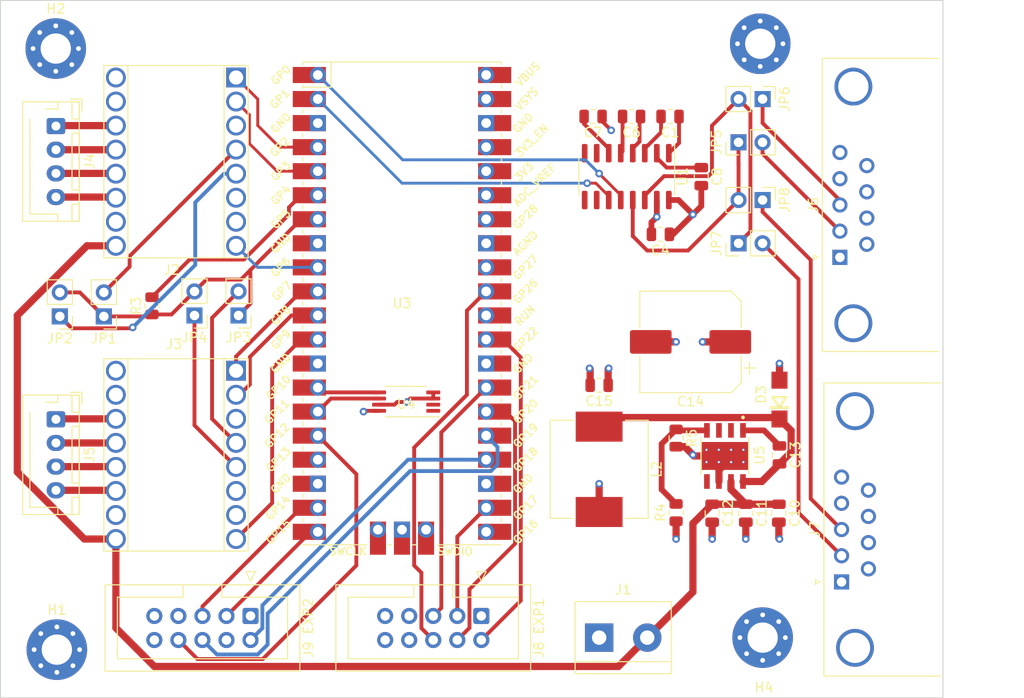
<source format=kicad_pcb>
(kicad_pcb (version 20221018) (generator pcbnew)
  (layers (0 "F.Cu" signal) (1 "In1.Cu" power "GND") (2 "In2.Cu" power "5V") (31 "B.Cu" signal) (34 "B.Paste" user) (35 "F.Paste" user) (36 "B.SilkS" user "B.Silkscreen") (37 "F.SilkS" user "F.Silkscreen") (38 "B.Mask" user) (39 "F.Mask" user) (44 "Edge.Cuts" user))
  (net 0 "")
  (net 1 "Net-(U1-C1+)")
  (net 2 "Net-(U1-C1-)")
  (net 3 "GND")
  (net 4 "+5V")
  (net 5 "Net-(U1-C2+)")
  (net 6 "Net-(U1-C2-)")
  (net 7 "Net-(U1-VS-)")
  (net 8 "Net-(U1-VS+)")
  (net 9 "VCC")
  (net 10 "M1_DIR")
  (net 11 "M1_STEP")
  (net 12 "Net-(J2-UART)")
  (net 13 "Net-(J2-PDN)")
  (net 14 "M1_EN")
  (net 15 "Net-(J2-A2)")
  (net 16 "Net-(J2-A1)")
  (net 17 "Net-(J2-B1)")
  (net 18 "Net-(J2-B2)")
  (net 19 "M2_DIR")
  (net 20 "M2_STEP")
  (net 21 "Net-(J3-UART)")
  (net 22 "Net-(J3-PDN)")
  (net 23 "M2_EN")
  (net 24 "Net-(J3-A2)")
  (net 25 "Net-(J3-A1)")
  (net 26 "Net-(J3-B1)")
  (net 27 "Net-(J3-B2)")
  (net 29 "Net-(JP5-B)")
  (net 30 "Net-(JP6-A)")
  (net 38 "Net-(JP7-B)")
  (net 39 "Net-(JP8-A)")
  (net 47 "LCD_CS")
  (net 48 "LCD_RST")
  (net 50 "BTN_ENC")
  (net 51 "LCD_A0")
  (net 52 "NEOPIXEL")
  (net 55 "BTN_EN1")
  (net 56 "BTN_EN2")
  (net 58 "LED_SCK")
  (net 60 "LCD_MOSI")
  (net 61 "BTN_RST")
  (net 62 "MOTOR_UART")
  (net 63 "SCALE_RXD")
  (net 64 "SCALE_TXD")
  (net 65 "UART1_TX")
  (net 70 "SCALE_UART_TX")
  (net 71 "SCALE_UART_RX")
  (net 72 "EEPROM_SDA")
  (net 73 "EEPROM_SCL")
  (net 74 "SPI0_MISO")
  (net 79 "+3.3V")
  (net 88 "Net-(U5-BOOT)")
  (net 89 "Net-(U5-VSENSE)")
  (net 93 "Net-(U5-PH)")
  (footprint "MountingHole:MountingHole_3.2mm_M3_Pad_Via" (layer "F.Cu") (at 136.398 54.356)
    (fp_text reference "H2")
    (fp_text value "MountingHole")
  )
  (footprint "Package_SO:TSSOP-8_4.4x3mm_P0.65mm" (layer "F.Cu") (at 173.4135 91.653 180)
    (fp_text reference "U4")
    (fp_text value "AT24CS08-XHM")
  )
  (footprint "Connector_PinHeader_2.54mm:PinHeader_1x02_P2.54mm_Vertical" (layer "F.Cu") (at 155.702 82.555 180)
    (fp_text reference "JP3")
    (fp_text value "M2_UART_OP1")
  )
  (footprint "Capacitor_SMD:C_0805_2012Metric" (layer "F.Cu") (at 205.74 103.444 -90)
    (fp_text reference "C12")
    (fp_text value "0.01uF")
  )
  (footprint "Resistor_SMD:R_0805_2012Metric" (layer "F.Cu") (at 146.558 81.534 90)
    (fp_text reference "R3")
    (fp_text value "1K")
  )
  (footprint "Capacitor_SMD:C_0805_2012Metric" (layer "F.Cu") (at 209.296 103.444 -90)
    (fp_text reference "C11")
    (fp_text value "4.7uF")
  )
  (footprint "TerminalBlock:TerminalBlock_bornier-2_P5.08mm" (layer "F.Cu") (at 193.802 116.586)
    (fp_text reference "J1")
    (fp_text value "DC12V/24V")
  )
  (footprint "Resistor_SMD:R_0805_2012Metric" (layer "F.Cu") (at 201.93 103.378 90)
    (fp_text reference "R4")
    (fp_text value "10K")
  )
  (footprint "Connector_Dsub:DSUB-9_Male_Horizontal_P2.77x2.84mm_EdgePinOffset7.70mm_Housed_MountingHolesOffset9.12mm" (layer "F.Cu") (at 219.41 110.706 90)
    (fp_text reference "J7")
    (fp_text value "A&D FX DB9")
  )
  (footprint "Connector_PinHeader_2.54mm:PinHeader_1x02_P2.54mm_Vertical" (layer "F.Cu") (at 211.069 70.358 -90)
    (fp_text reference "JP8")
    (fp_text value "RX_OP1")
  )
  (footprint "Inductor_SMD:L_Vishay_IHLP-4040" (layer "F.Cu") (at 193.802 98.806 -90)
    (fp_text reference "L2")
    (fp_text value "15uH")
  )
  (footprint "fab:Conn_StepStick" (layer "F.Cu") (at 155.448 88.392 180)
    (fp_text reference "J3")
    (fp_text value "TMC2209 Motor 2")
  )
  (footprint "RPi_Pico:RPi_Pico_SMD_TH" (layer "F.Cu") (at 172.974 81.28)
    (fp_text reference "U3")
    (fp_text value "Pico")
  )
  (footprint "Capacitor_SMD:C_0805_2012Metric" (layer "F.Cu") (at 212.852 97.282 -90)
    (fp_text reference "C13")
    (fp_text value "0.01uF")
  )
  (footprint "Connector_PinHeader_2.54mm:PinHeader_1x02_P2.54mm_Vertical" (layer "F.Cu") (at 208.524 64.262 90)
    (fp_text reference "JP5")
    (fp_text value "TX_OP2")
  )
  (footprint "Capacitor_SMD:C_0805_2012Metric" (layer "F.Cu") (at 193.162 61.533 180)
    (fp_text reference "C7")
    (fp_text value "10uF")
  )
  (footprint "MountingHole:MountingHole_3.2mm_M3_Pad_Via" (layer "F.Cu") (at 211.074 116.586)
    (fp_text reference "H4")
    (fp_text value "MountingHole")
  )
  (footprint "SnapEDAFootPrint:DO-214AC" (layer "F.Cu") (at 212.852 91.44 90)
    (fp_text reference "D3")
    (fp_text value "SS54")
  )
  (footprint "SnapEDAFootPrint:CONV_TPS5450DDAR" (layer "F.Cu") (at 207.092 97.394 -90)
    (fp_text reference "U5")
    (fp_text value "TPS5450DDAR")
  )
  (footprint "Capacitor_SMD:C_0805_2012Metric" (layer "F.Cu") (at 212.786 103.444 -90)
    (fp_text reference "C10")
    (fp_text value "4.7uF")
  )
  (footprint "Capacitor_SMD:C_0805_2012Metric" (layer "F.Cu") (at 204.592 67.883 -90)
    (fp_text reference "C8")
    (fp_text value "10uF")
  )
  (footprint "Capacitor_SMD:C_0805_2012Metric" (layer "F.Cu") (at 193.802 89.916 180)
    (fp_text reference "C15")
    (fp_text value "0.01uF")
  )
  (footprint "Connector_PinHeader_2.54mm:PinHeader_1x02_P2.54mm_Vertical" (layer "F.Cu") (at 151.052 82.555 180)
    (fp_text reference "JP4")
    (fp_text value "M2_UART_OP2")
  )
  (footprint "Connector_IDC:IDC-Header_2x05_P2.54mm_Vertical" (layer "F.Cu") (at 181.356 114.3 -90)
    (fp_text reference "J8 EXP1")
    (fp_text value "EXP1")
  )
  (footprint "Package_SO:SOIC-16_3.9x9.9mm_P1.27mm" (layer "F.Cu") (at 196.718 67.883 -90)
    (fp_text reference "U1")
    (fp_text value "MAX232")
  )
  (footprint "fab:Conn_StepStick" (layer "F.Cu") (at 155.448 57.414 180)
    (fp_text reference "J2")
    (fp_text value "TMC2209 Motor 1")
  )
  (footprint "Capacitor_SMD:C_0805_2012Metric" (layer "F.Cu") (at 200.274 73.979 180)
    (fp_text reference "C4")
    (fp_text value "0.1uF")
  )
  (footprint "Connector_Dsub:DSUB-9_Male_Horizontal_P2.77x2.84mm_EdgePinOffset7.70mm_Housed_MountingHolesOffset9.12mm" (layer "F.Cu") (at 219.237669 76.416 90)
    (fp_text reference "J6")
    (fp_text value "A&D FX DB9_INV")
  )
  (footprint "Connector_JST:JST_XH_B4B-XH-AM_1x04_P2.50mm_Vertical" (layer "F.Cu") (at 136.415 62.544 -90)
    (fp_text reference "J4")
    (fp_text value "Motor 1")
  )
  (footprint "Connector_PinHeader_2.54mm:PinHeader_1x02_P2.54mm_Vertical" (layer "F.Cu") (at 136.828 82.6535 180)
    (fp_text reference "JP2")
    (fp_text value "M1_UART_OP2")
  )
  (footprint "Connector_IDC:IDC-Header_2x05_P2.54mm_Vertical" (layer "F.Cu") (at 156.972 114.3 -90)
    (fp_text reference "J9 EXP2")
    (fp_text value "EXP2")
  )
  (footprint "Resistor_SMD:R_0805_2012Metric" (layer "F.Cu") (at 201.93 95.504 -90)
    (fp_text reference "R5")
    (fp_text value "3.16K")
  )
  (footprint "Connector_PinHeader_2.54mm:PinHeader_1x02_P2.54mm_Vertical" (layer "F.Cu") (at 211.069 59.69 -90)
    (fp_text reference "JP6")
    (fp_text value "RX_OP2")
  )
  (footprint "Capacitor_SMD:C_0805_2012Metric" (layer "F.Cu") (at 201.29 61.533 180)
    (fp_text reference "C1")
    (fp_text value "1uF")
  )
  (footprint "MountingHole:MountingHole_3.2mm_M3_Pad_Via" (layer "F.Cu") (at 210.82 53.848)
    (fp_text reference "H3")
    (fp_text value "MountingHole")
  )
  (footprint "Capacitor_SMD:CP_Elec_10x10.5" (layer "F.Cu") (at 203.454 85.344 180)
    (fp_text reference "C14")
    (fp_text value "220uF")
  )
  (footprint "Connector_PinHeader_2.54mm:PinHeader_1x02_P2.54mm_Vertical" (layer "F.Cu") (at 208.529 74.93 90)
    (fp_text reference "JP7")
    (fp_text value "TX_OP1")
  )
  (footprint "MountingHole:MountingHole_3.2mm_M3_Pad_Via" (layer "F.Cu") (at 136.512 117.856)
    (fp_text reference "H1")
    (fp_text value "MountingHole")
  )
  (footprint "Capacitor_SMD:C_0805_2012Metric" (layer "F.Cu") (at 197.226 61.533 180)
    (fp_text reference "C6")
    (fp_text value "1uF")
  )
  (footprint "Connector_PinHeader_2.54mm:PinHeader_1x02_P2.54mm_Vertical" (layer "F.Cu") (at 141.478 82.6535 180)
    (fp_text reference "JP1")
    (fp_text value "M1_UART_OP1")
  )
  (footprint "Connector_JST:JST_XH_B4B-XH-AM_1x04_P2.50mm_Vertical" (layer "F.Cu") (at 136.415 93.522 -90)
    (fp_text reference "J5")
    (fp_text value "Motor 2")
  )
  (gr_rect (start 130.556 49.276) (end 230.124 122.936) (stroke (width 0.1)) (fill none) (layer "Edge.Cuts"))
  (segment (start 202.24 61.533) (end 202.24 64.331) (width 0.4064) (layer "F.Cu") (net 1))
  (segment (start 202.24 64.331) (end 201.163 65.408) (width 0.4064) (layer "F.Cu") (net 1))
  (segment (start 200.34 63.203657) (end 200.34 61.533) (width 0.4064) (layer "F.Cu") (net 2))
  (segment (start 198.623 65.408) (end 198.623 64.920657) (width 0.4064) (layer "F.Cu") (net 2))
  (segment (start 198.623 64.920657) (end 200.34 63.203657) (width 0.4064) (layer "F.Cu") (net 2))
  (segment (start 209.296 104.394) (end 209.296 106.172) (width 0.762) (layer "F.Cu") (net 3))
  (segment (start 199.324 72.71) (end 199.324 73.979) (width 0.6096) (layer "F.Cu") (net 3))
  (segment (start 172.466 91.694) (end 173.482 91.694) (width 0.4064) (layer "F.Cu") (net 3))
  (segment (start 199.254 85.344) (end 201.93 85.344) (width 0.762) (layer "F.Cu") (net 3))
  (segment (start 212.786 104.394) (end 212.786 106.106) (width 0.762) (layer "F.Cu") (net 3))
  (segment (start 207.092 97.394) (end 203.82 97.394) (width 0.762) (layer "F.Cu") (net 3))
  (segment (start 192.852 88.204) (end 192.786 88.138) (width 0.762) (layer "F.Cu") (net 3))
  (segment (start 192.852 89.916) (end 192.852 88.204) (width 0.762) (layer "F.Cu") (net 3))
  (segment (start 202.8425 96.4165) (end 203.708 97.282) (width 0.762) (layer "F.Cu") (net 3))
  (segment (start 172.182 91.978) (end 172.466 91.694) (width 0.4064) (layer "F.Cu") (net 3))
  (segment (start 205.74 104.394) (end 205.74 106.172) (width 0.762) (layer "F.Cu") (net 3))
  (segment (start 203.82 97.394) (end 203.708 97.282) (width 0.762) (layer "F.Cu") (net 3))
  (segment (start 176.276 90.678) (end 176.276 91.328) (width 0.4064) (layer "F.Cu") (net 3))
  (segment (start 199.893 72.141) (end 199.893 70.358) (width 0.6096) (layer "F.Cu") (net 3))
  (segment (start 170.551 91.978) (end 172.182 91.978) (width 0.4064) (layer "F.Cu") (net 3))
  (segment (start 206.457 100.094) (end 206.457 98.883185) (width 0.762) (layer "F.Cu") (net 3))
  (segment (start 199.893 72.141) (end 199.324 72.71) (width 0.6096) (layer "F.Cu") (net 3))
  (segment (start 207.092 98.248185) (end 207.092 97.394) (width 0.762) (layer "F.Cu") (net 3))
  (segment (start 176.276 91.328) (end 173.848 91.328) (width 0.4064) (layer "F.Cu") (net 3))
  (segment (start 173.848 91.328) (end 173.482 91.694) (width 0.4064) (layer "F.Cu") (net 3))
  (segment (start 212.852 89.39) (end 212.852 87.63) (width 0.762) (layer "F.Cu") (net 3))
  (segment (start 201.93 96.4165) (end 202.8425 96.4165) (width 0.762) (layer "F.Cu") (net 3))
  (segment (start 194.112 61.533) (end 194.112 62.032) (width 0.4064) (layer "F.Cu") (net 3))
  (segment (start 212.786 106.106) (end 212.852 106.172) (width 0.762) (layer "F.Cu") (net 3))
  (segment (start 206.457 98.883185) (end 207.092 98.248185) (width 0.762) (layer "F.Cu") (net 3))
  (segment (start 194.112 62.032) (end 195.072 62.992) (width 0.4064) (layer "F.Cu") (net 3))
  (via (at 173.482 91.694) (size 0.8) (drill 0.4) (layers "F.Cu" "B.Cu") (net 3))
  (via (at 201.93 85.344) (size 0.8) (drill 0.4) (layers "F.Cu" "B.Cu") (net 3))
  (via (at 209.296 106.172) (size 0.8) (drill 0.4) (layers "F.Cu" "B.Cu") (net 3))
  (via (at 203.708 97.282) (size 0.8) (drill 0.4) (layers "F.Cu" "B.Cu") (net 3))
  (via (at 192.786 88.138) (size 0.8) (drill 0.4) (layers "F.Cu" "B.Cu") (net 3))
  (via (at 212.852 87.63) (size 0.8) (drill 0.4) (layers "F.Cu" "B.Cu") (net 3))
  (via (at 195.072 62.992) (size 0.8) (drill 0.4) (layers "F.Cu" "B.Cu") (net 3))
  (via (at 199.893 72.141) (size 0.8) (drill 0.4) (layers "F.Cu" "B.Cu") (net 3))
  (via (at 205.74 106.172) (size 0.8) (drill 0.4) (layers "F.Cu" "B.Cu") (net 3))
  (via (at 212.852 106.172) (size 0.8) (drill 0.4) (layers "F.Cu" "B.Cu") (net 3))
  (segment (start 207.654 85.344) (end 204.724 85.344) (width 0.762) (layer "F.Cu") (net 4))
  (segment (start 201.611 73.979) (end 203.708 71.882) (width 0.6096) (layer "F.Cu") (net 4))
  (segment (start 201.224 73.979) (end 201.611 73.979) (width 0.6096) (layer "F.Cu") (net 4))
  (segment (start 168.992 92.628) (end 168.91 92.71) (width 0.3048) (layer "F.Cu") (net 4))
  (segment (start 203.708 71.882) (end 204.592 70.998) (width 0.6096) (layer "F.Cu") (net 4))
  (segment (start 194.752 89.916) (end 194.752 88.204) (width 0.762) (layer "F.Cu") (net 4))
  (segment (start 201.163 70.358) (end 202.184 70.358) (width 0.6096) (layer "F.Cu") (net 4))
  (segment (start 201.93 104.2905) (end 201.93 106.172) (width 0.762) (layer "F.Cu") (net 4))
  (segment (start 193.802 103.3135) (end 193.802 100.33) (width 0.762) (layer "F.Cu") (net 4))
  (segment (start 170.551 92.628) (end 168.992 92.628) (width 0.4064) (layer "F.Cu") (net 4))
  (segment (start 204.592 70.998) (end 204.592 68.833) (width 0.6096) (layer "F.Cu") (net 4))
  (segment (start 194.752 88.204) (end 194.818 88.138) (width 0.762) (layer "F.Cu") (net 4))
  (segment (start 202.184 70.358) (end 203.708 71.882) (width 0.6096) (layer "F.Cu") (net 4))
  (via (at 201.93 106.172) (size 0.8) (drill 0.4) (layers "F.Cu" "B.Cu") (net 4))
  (via (at 203.708 71.882) (size 0.8) (drill 0.4) (layers "F.Cu" "B.Cu") (net 4))
  (via (at 204.724 85.344) (size 0.8) (drill 0.4) (layers "F.Cu" "B.Cu") (net 4))
  (via (at 194.818 88.138) (size 0.8) (drill 0.4) (layers "F.Cu" "B.Cu") (net 4))
  (via (at 168.91 92.71) (size 0.8) (drill 0.4) (layers "F.Cu" "B.Cu") (net 4))
  (via (at 193.802 100.33) (size 0.8) (drill 0.4) (layers "F.Cu" "B.Cu") (net 4))
  (segment (start 198.0698 64.1798) (end 197.353 64.8966) (width 0.4064) (layer "F.Cu") (net 5))
  (segment (start 198.176 61.533) (end 198.0698 61.6392) (width 0.4064) (layer "F.Cu") (net 5))
  (segment (start 198.0698 61.6392) (end 198.0698 64.1798) (width 0.4064) (layer "F.Cu") (net 5))
  (segment (start 197.353 64.8966) (end 197.353 65.408) (width 0.4064) (layer "F.Cu") (net 5))
  (segment (start 196.276 65.215) (end 196.083 65.408) (width 0.4064) (layer "F.Cu") (net 6))
  (segment (start 196.276 61.533) (end 196.276 65.215) (width 0.4064) (layer "F.Cu") (net 6))
  (segment (start 192.212 62.319657) (end 194.813 64.920657) (width 0.4064) (layer "F.Cu") (net 7))
  (segment (start 194.813 64.920657) (end 194.813 65.408) (width 0.4064) (layer "F.Cu") (net 7))
  (segment (start 192.212 61.533) (end 192.212 62.319657) (width 0.4064) (layer "F.Cu") (net 7))
  (segment (start 204.592 66.933) (end 200.930657 66.933) (width 0.4064) (layer "F.Cu") (net 8))
  (segment (start 199.893 65.895343) (end 199.893 65.408) (width 0.4064) (layer "F.Cu") (net 8))
  (segment (start 200.930657 66.933) (end 199.893 65.895343) (width 0.4064) (layer "F.Cu") (net 8))
  (segment (start 139.69 75.194) (end 142.748 75.194) (width 0.762) (layer "F.Cu") (net 9))
  (segment (start 132.334 82.55) (end 139.69 75.194) (width 0.762) (layer "F.Cu") (net 9))
  (segment (start 203.708 111.76) (end 198.882 116.586) (width 0.762) (layer "F.Cu") (net 9))
  (segment (start 142.748 115.57) (end 146.812 119.634) (width 0.762) (layer "F.Cu") (net 9))
  (segment (start 212.786 102.494) (end 209.296 102.494) (width 0.762) (layer "F.Cu") (net 9))
  (segment (start 195.834 119.634) (end 198.882 116.586) (width 0.762) (layer "F.Cu") (net 9))
  (segment (start 132.334 99.08974) (end 132.334 82.55) (width 0.762) (layer "F.Cu") (net 9))
  (segment (start 209.296 102.494) (end 205.74 102.494) (width 0.762) (layer "F.Cu") (net 9))
  (segment (start 146.812 119.634) (end 195.834 119.634) (width 0.762) (layer "F.Cu") (net 9))
  (segment (start 203.708 104.525789) (end 203.708 111.76) (width 0.762) (layer "F.Cu") (net 9))
  (segment (start 142.748 106.172) (end 139.41626 106.172) (width 0.762) (layer "F.Cu") (net 9))
  (segment (start 205.74 102.494) (end 205.739789 102.494) (width 0.762) (layer "F.Cu") (net 9))
  (segment (start 139.41626 106.172) (end 132.334 99.08974) (width 0.762) (layer "F.Cu") (net 9))
  (segment (start 209.296 102.494) (end 207.727 100.925) (width 0.762) (layer "F.Cu") (net 9))
  (segment (start 207.727 100.925) (end 207.727 100.094) (width 0.762) (layer "F.Cu") (net 9))
  (segment (start 142.748 106.172) (end 142.748 115.57) (width 0.762) (layer "F.Cu") (net 9))
  (segment (start 205.739789 102.494) (end 203.708 104.525789) (width 0.762) (layer "F.Cu") (net 9))
  (segment (start 157.734 59.7) (end 157.734 62.484) (width 0.3048) (layer "F.Cu") (net 10))
  (segment (start 155.448 57.414) (end 157.734 59.7) (width 0.3048) (layer "F.Cu") (net 10))
  (segment (start 160.02 64.77) (end 164.084 64.77) (width 0.3048) (layer "F.Cu") (net 10))
  (segment (start 157.734 62.484) (end 160.02 64.77) (width 0.3048) (layer "F.Cu") (net 10))
  (segment (start 159.766 67.31) (end 164.084 67.31) (width 0.3048) (layer "F.Cu") (net 11))
  (segment (start 155.448 59.954) (end 156.8504 61.3564) (width 0.3048) (layer "F.Cu") (net 11))
  (segment (start 156.8504 64.3944) (end 159.766 67.31) (width 0.3048) (layer "F.Cu") (net 11))
  (segment (start 156.8504 61.3564) (end 156.8504 64.3944) (width 0.3048) (layer "F.Cu") (net 11))
  (segment (start 141.478 80.1135) (end 144.2012 77.3903) (width 0.4064) (layer "F.Cu") (net 12))
  (segment (start 144.2012 76.2808) (end 155.448 65.034) (width 0.4064) (layer "F.Cu") (net 12))
  (segment (start 144.2012 77.3903) (end 144.2012 76.2808) (width 0.4064) (layer "F.Cu") (net 12))
  (segment (start 138.0812 83.9067) (end 144.4393 83.9067) (width 0.4064) (layer "F.Cu") (net 13))
  (segment (start 144.4393 83.9067) (end 144.526 83.82) (width 0.4064) (layer "F.Cu") (net 13))
  (segment (start 136.828 82.6535) (end 138.0812 83.9067) (width 0.4064) (layer "F.Cu") (net 13))
  (via (at 144.526 83.82) (size 0.8) (drill 0.4) (layers "F.Cu" "B.Cu") (net 13))
  (segment (start 144.526 83.82) (end 151.13 77.216) (width 0.4064) (layer "B.Cu") (net 13))
  (segment (start 151.13 77.216) (end 151.13 70.612) (width 0.4064) (layer "B.Cu") (net 13))
  (segment (start 154.168 67.574) (end 155.448 67.574) (width 0.4064) (layer "B.Cu") (net 13))
  (segment (start 151.13 70.612) (end 154.168 67.574) (width 0.4064) (layer "B.Cu") (net 13))
  (segment (start 155.448 75.194) (end 157.724 77.47) (width 0.3048) (layer "B.Cu") (net 14))
  (segment (start 157.724 77.47) (end 164.084 77.47) (width 0.3048) (layer "B.Cu") (net 14))
  (segment (start 136.415 70.044) (end 142.678 70.044) (width 0.762) (layer "F.Cu") (net 15))
  (segment (start 142.678 70.044) (end 142.748 70.114) (width 0.6096) (layer "F.Cu") (net 15))
  (segment (start 136.415 67.544) (end 142.718 67.544) (width 0.762) (layer "F.Cu") (net 16))
  (segment (start 142.718 67.544) (end 142.748 67.574) (width 0.6096) (layer "F.Cu") (net 16))
  (segment (start 142.738 65.044) (end 142.748 65.034) (width 0.6096) (layer "F.Cu") (net 17))
  (segment (start 136.415 65.044) (end 142.738 65.044) (width 0.762) (layer "F.Cu") (net 17))
  (segment (start 136.465 62.494) (end 142.748 62.494) (width 0.762) (layer "F.Cu") (net 18))
  (segment (start 136.415 62.544) (end 136.465 62.494) (width 0.6096) (layer "F.Cu") (net 18))
  (segment (start 155.448 88.392) (end 155.448 86.8796) (width 0.4064) (layer "F.Cu") (net 19))
  (segment (start 155.448 86.8796) (end 162.3176 80.01) (width 0.4064) (layer "F.Cu") (net 19))
  (segment (start 162.3176 80.01) (end 164.084 80.01) (width 0.4064) (layer "F.Cu") (net 19))
  (segment (start 156.9012 86.9388) (end 161.29 82.55) (width 0.4064) (layer "F.Cu") (net 20))
  (segment (start 155.448 90.932) (end 155.8144 90.932) (width 0.4064) (layer "F.Cu") (net 20))
  (segment (start 155.8144 90.932) (end 156.9012 89.8452) (width 0.4064) (layer "F.Cu") (net 20))
  (segment (start 156.9012 89.8452) (end 156.9012 86.9388) (width 0.4064) (layer "F.Cu") (net 20))
  (segment (start 161.29 82.55) (end 164.084 82.55) (width 0.4064) (layer "F.Cu") (net 20))
  (segment (start 152.908 82.809) (end 152.908 93.472) (width 0.4064) (layer "F.Cu") (net 21))
  (segment (start 152.908 93.472) (end 155.448 96.012) (width 0.4064) (layer "F.Cu") (net 21))
  (segment (start 155.702 80.015) (end 152.908 82.809) (width 0.4064) (layer "F.Cu") (net 21))
  (segment (start 155.448 98.552) (end 151.052 94.156) (width 0.4064) (layer "F.Cu") (net 22))
  (segment (start 151.052 94.156) (end 151.052 82.555) (width 0.4064) (layer "F.Cu") (net 22))
  (segment (start 159.258 102.362) (end 159.258 88.1496) (width 0.4064) (layer "F.Cu") (net 23))
  (segment (start 155.448 106.172) (end 159.258 102.362) (width 0.4064) (layer "F.Cu") (net 23))
  (segment (start 159.258 88.1496) (end 162.3176 85.09) (width 0.4064) (layer "F.Cu") (net 23))
  (segment (start 162.3176 85.09) (end 164.084 85.09) (width 0.4064) (layer "F.Cu") (net 23))
  (segment (start 142.678 101.022) (end 142.748 101.092) (width 0.6096) (layer "F.Cu") (net 24))
  (segment (start 136.415 101.022) (end 142.678 101.022) (width 0.762) (layer "F.Cu") (net 24))
  (segment (start 142.718 98.522) (end 142.748 98.552) (width 0.6096) (layer "F.Cu") (net 25))
  (segment (start 136.415 98.522) (end 142.718 98.522) (width 0.762) (layer "F.Cu") (net 25))
  (segment (start 142.738 96.022) (end 142.748 96.012) (width 0.6096) (layer "F.Cu") (net 26))
  (segment (start 136.415 96.022) (end 142.738 96.022) (width 0.762) (layer "F.Cu") (net 26))
  (segment (start 136.465 93.472) (end 142.748 93.472) (width 0.762) (layer "F.Cu") (net 27))
  (segment (start 136.415 93.522) (end 136.465 93.472) (width 0.6096) (layer "F.Cu") (net 27))
  (segment (start 211.064 64.262) (end 211.064 65.472331) (width 0.4064) (layer "F.Cu") (net 29))
  (segment (start 211.064 65.472331) (end 219.237669 73.646) (width 0.4064) (layer "F.Cu") (net 29))
  (segment (start 211.069 62.225) (end 219.237669 70.393669) (width 0.4064) (layer "F.Cu") (net 30))
  (segment (start 219.237669 70.393669) (end 219.237669 70.876) (width 0.4064) (layer "F.Cu") (net 30))
  (segment (start 211.069 59.69) (end 211.069 62.225) (width 0.4064) (layer "F.Cu") (net 30))
  (segment (start 214.866 78.727) (end 214.866 103.392) (width 0.4064) (layer "F.Cu") (net 38))
  (segment (start 214.866 103.392) (end 219.41 107.936) (width 0.4064) (layer "F.Cu") (net 38))
  (segment (start 211.069 74.93) (end 214.866 78.727) (width 0.4064) (layer "F.Cu") (net 38))
  (segment (start 216.154 76.6994) (end 216.154 101.91) (width 0.4064) (layer "F.Cu") (net 39))
  (segment (start 211.069 70.358) (end 211.069 71.6144) (width 0.4064) (layer "F.Cu") (net 39))
  (segment (start 216.154 101.91) (end 219.41 105.166) (width 0.4064) (layer "F.Cu") (net 39))
  (segment (start 211.069 71.6144) (end 216.154 76.6994) (width 0.4064) (layer "F.Cu") (net 39))
  (segment (start 178.816 114.3) (end 178.816 105.918) (width 0.4064) (layer "F.Cu") (net 47))
  (segment (start 178.816 105.918) (end 181.864 102.87) (width 0.4064) (layer "F.Cu") (net 47))
  (segment (start 177.126 113.45) (end 177.126 94.908) (width 0.4064) (layer "F.Cu") (net 48))
  (segment (start 176.276 114.3) (end 177.126 113.45) (width 0.4064) (layer "F.Cu") (net 48))
  (segment (start 177.126 94.908) (end 181.864 90.17) (width 0.4064) (layer "F.Cu") (net 48))
  (segment (start 185.5236 86.9832) (end 183.6304 85.09) (width 0.4064) (layer "F.Cu") (net 50))
  (segment (start 181.356 116.84) (end 185.5236 112.6724) (width 0.4064) (layer "F.Cu") (net 50))
  (segment (start 185.5236 112.6724) (end 185.5236 86.9832) (width 0.4064) (layer "F.Cu") (net 50))
  (segment (start 183.6304 85.09) (end 181.864 85.09) (width 0.4064) (layer "F.Cu") (net 50))
  (segment (start 180.1028 111.4776) (end 184.9172 106.6632) (width 0.4064) (layer "F.Cu") (net 51))
  (segment (start 178.816 116.84) (end 180.1028 115.5532) (width 0.4064) (layer "F.Cu") (net 51))
  (segment (start 184.9172 106.6632) (end 184.9172 93.7312) (width 0.4064) (layer "F.Cu") (net 51))
  (segment (start 183.896 92.71) (end 181.864 92.71) (width 0.4064) (layer "F.Cu") (net 51))
  (segment (start 184.9172 93.7312) (end 183.896 92.71) (width 0.4064) (layer "F.Cu") (net 51))
  (segment (start 180.1028 115.5532) (end 180.1028 111.4776) (width 0.4064) (layer "F.Cu") (net 51))
  (segment (start 175.0228 109.73) (end 174.2608 108.968) (width 0.4064) (layer "F.Cu") (net 52))
  (segment (start 176.276 116.84) (end 175.0228 115.5868) (width 0.4064) (layer "F.Cu") (net 52))
  (segment (start 179.832 82.042) (end 181.864 80.01) (width 0.4064) (layer "F.Cu") (net 52))
  (segment (start 174.2608 108.968) (end 174.2608 96.5032) (width 0.4064) (layer "F.Cu") (net 52))
  (segment (start 175.0228 115.5868) (end 175.0228 109.73) (width 0.4064) (layer "F.Cu") (net 52))
  (segment (start 179.832 90.932) (end 179.832 82.042) (width 0.4064) (layer "F.Cu") (net 52))
  (segment (start 174.2608 96.5032) (end 179.832 90.932) (width 0.4064) (layer "F.Cu") (net 52))
  (segment (start 163.322 105.41) (end 164.084 105.41) (width 0.4064) (layer "F.Cu") (net 55))
  (segment (start 154.432 114.3) (end 163.322 105.41) (width 0.4064) (layer "F.Cu") (net 55))
  (segment (start 151.892 114.3) (end 151.892 113.2956) (width 0.4064) (layer "F.Cu") (net 56))
  (segment (start 162.3176 102.87) (end 164.084 102.87) (width 0.4064) (layer "F.Cu") (net 56))
  (segment (start 151.892 113.2956) (end 162.3176 102.87) (width 0.4064) (layer "F.Cu") (net 56))
  (segment (start 158.2252 115.5868) (end 156.972 116.84) (width 0.4064) (layer "B.Cu") (net 58))
  (segment (start 158.2252 113.1738) (end 158.2252 115.5868) (width 0.4064) (layer "B.Cu") (net 58))
  (segment (start 181.864 97.79) (end 173.609 97.79) (width 0.4064) (layer "B.Cu") (net 58))
  (segment (start 173.609 97.79) (end 158.2252 113.1738) (width 0.4064) (layer "B.Cu") (net 58))
  (segment (start 158.7808 117.3172) (end 157.734 118.364) (width 0.4064) (layer "B.Cu") (net 60))
  (segment (start 181.864 95.25) (end 183.0664 96.4524) (width 0.4064) (layer "B.Cu") (net 60))
  (segment (start 183.0664 98.288051) (end 182.362051 98.9924) (width 0.4064) (layer "B.Cu") (net 60))
  (segment (start 158.7808 114.038938) (end 158.7808 117.3172) (width 0.4064) (layer "B.Cu") (net 60))
  (segment (start 157.734 118.364) (end 153.416 118.364) (width 0.4064) (layer "B.Cu") (net 60))
  (segment (start 183.0664 96.4524) (end 183.0664 98.288051) (width 0.4064) (layer "B.Cu") (net 60))
  (segment (start 153.416 118.364) (end 151.892 116.84) (width 0.4064) (layer "B.Cu") (net 60))
  (segment (start 173.827338 98.9924) (end 158.7808 114.038938) (width 0.4064) (layer "B.Cu") (net 60))
  (segment (start 182.362051 98.9924) (end 173.827338 98.9924) (width 0.4064) (layer "B.Cu") (net 60))
  (segment (start 168.148 99.314) (end 164.084 95.25) (width 0.4064) (layer "F.Cu") (net 61))
  (segment (start 149.352 116.84) (end 151.3618 118.8498) (width 0.4064) (layer "F.Cu") (net 61))
  (segment (start 158.2642 118.8498) (end 168.148 108.966) (width 0.4064) (layer "F.Cu") (net 61))
  (segment (start 151.3618 118.8498) (end 158.2642 118.8498) (width 0.4064) (layer "F.Cu") (net 61))
  (segment (start 168.148 108.966) (end 168.148 99.314) (width 0.4064) (layer "F.Cu") (net 61))
  (segment (start 156.9552 77.7524) (end 162.3176 72.39) (width 0.4064) (layer "F.Cu") (net 62))
  (segment (start 146.351 82.6535) (end 146.558 82.4465) (width 0.4064) (layer "F.Cu") (net 62))
  (segment (start 156.9552 81.3018) (end 156.9552 77.7524) (width 0.4064) (layer "F.Cu") (net 62))
  (segment (start 155.9458 78.7618) (end 156.9552 77.7524) (width 0.4064) (layer "F.Cu") (net 62))
  (segment (start 151.052 80.015) (end 152.3052 78.7618) (width 0.4064) (layer "F.Cu") (net 62))
  (segment (start 148.6205 82.4465) (end 151.052 80.015) (width 0.4064) (layer "F.Cu") (net 62))
  (segment (start 138.938 80.1135) (end 141.478 82.6535) (width 0.4064) (layer "F.Cu") (net 62))
  (segment (start 141.478 82.6535) (end 146.351 82.6535) (width 0.4064) (layer "F.Cu") (net 62))
  (segment (start 136.828 80.1135) (end 138.938 80.1135) (width 0.4064) (layer "F.Cu") (net 62))
  (segment (start 155.702 82.555) (end 156.9552 81.3018) (width 0.4064) (layer "F.Cu") (net 62))
  (segment (start 146.558 82.4465) (end 148.6205 82.4465) (width 0.4064) (layer "F.Cu") (net 62))
  (segment (start 162.3176 72.39) (end 164.084 72.39) (width 0.4064) (layer "F.Cu") (net 62))
  (segment (start 152.3052 78.7618) (end 155.9458 78.7618) (width 0.4064) (layer "F.Cu") (net 62))
  (segment (start 198.877 75.692) (end 197.353 74.168) (width 0.4064) (layer "F.Cu") (net 63))
  (segment (start 197.353 74.168) (end 197.353 70.358) (width 0.4064) (layer "F.Cu") (net 63))
  (segment (start 208.529 70.358) (end 203.195 75.692) (width 0.4064) (layer "F.Cu") (net 63))
  (segment (start 208.524 64.262) (end 208.524 66.549764) (width 0.4064) (layer "F.Cu") (net 63))
  (segment (start 208.529 66.554764) (end 208.529 70.358) (width 0.4064) (layer "F.Cu") (net 63))
  (segment (start 208.524 66.549764) (end 208.529 66.554764) (width 0.4064) (layer "F.Cu") (net 63))
  (segment (start 203.195 75.692) (end 198.877 75.692) (width 0.4064) (layer "F.Cu") (net 63))
  (segment (start 205.7202 67.453564) (end 205.337564 67.8362) (width 0.4064) (layer "F.Cu") (net 64))
  (segment (start 209.7822 60.9432) (end 208.529 59.69) (width 0.4064) (layer "F.Cu") (net 64))
  (segment (start 208.529 74.93) (end 209.7822 73.6768) (width 0.4064) (layer "F.Cu") (net 64))
  (segment (start 208.529 59.69) (end 205.7202 62.4988) (width 0.4064) (layer "F.Cu") (net 64))
  (segment (start 205.337564 67.8362) (end 200.657457 67.8362) (width 0.4064) (layer "F.Cu") (net 64))
  (segment (start 198.623 69.870657) (end 198.623 70.358) (width 0.4064) (layer "F.Cu") (net 64))
  (segment (start 205.7202 62.4988) (end 205.7202 67.453564) (width 0.4064) (layer "F.Cu") (net 64))
  (segment (start 200.657457 67.8362) (end 198.623 69.870657) (width 0.4064) (layer "F.Cu") (net 64))
  (segment (start 209.7822 73.6768) (end 209.7822 60.9432) (width 0.4064) (layer "F.Cu") (net 64))
  (segment (start 150.5323 76.6472) (end 156.2708 76.6472) (width 0.4064) (layer "F.Cu") (net 65))
  (segment (start 161.0308 71.8872) (end 161.0308 71.1368) (width 0.4064) (layer "F.Cu") (net 65))
  (segment (start 156.2708 76.6472) (end 161.0308 71.8872) (width 0.4064) (layer "F.Cu") (net 65))
  (segment (start 146.558 80.6215) (end 150.5323 76.6472) (width 0.4064) (layer "F.Cu") (net 65))
  (segment (start 162.3176 69.85) (end 164.084 69.85) (width 0.4064) (layer "F.Cu") (net 65))
  (segment (start 161.0308 71.1368) (end 162.3176 69.85) (width 0.4064) (layer "F.Cu") (net 65))
  (segment (start 193.450501 68.58) (end 194.813 69.942499) (width 0.3048) (layer "F.Cu") (net 70))
  (segment (start 192.532 68.58) (end 193.450501 68.58) (width 0.3048) (layer "F.Cu") (net 70))
  (segment (start 194.813 69.942499) (end 194.813 70.358) (width 0.3048) (layer "F.Cu") (net 70))
  (via (at 192.532 68.58) (size 0.8) (drill 0.4) (layers "F.Cu" "B.Cu") (net 70))
  (segment (start 192.532 68.58) (end 172.974 68.58) (width 0.3048) (layer "B.Cu") (net 70))
  (segment (start 172.974 68.58) (end 164.084 59.69) (width 0.3048) (layer "B.Cu") (net 70))
  (segment (start 196.083 69.845) (end 196.083 70.358) (width 0.3048) (layer "F.Cu") (net 71))
  (segment (start 193.802 67.564) (end 196.083 69.845) (width 0.3048) (layer "F.Cu") (net 71))
  (via (at 193.802 67.564) (size 0.8) (drill 0.4) (layers "F.Cu" "B.Cu") (net 71))
  (segment (start 193.802 67.564) (end 192.3456 66.1076) (width 0.3048) (layer "B.Cu") (net 71))
  (segment (start 173.0416 66.1076) (end 164.084 57.15) (width 0.3048) (layer "B.Cu") (net 71))
  (segment (start 192.3456 66.1076) (end 173.0416 66.1076) (width 0.3048) (layer "B.Cu") (net 71))
  (segment (start 164.084 90.17) (end 164.592 90.678) (width 0.4064) (layer "F.Cu") (net 72))
  (segment (start 164.592 90.678) (end 170.551 90.678) (width 0.4064) (layer "F.Cu") (net 72))
  (segment (start 165.466 91.328) (end 170.551 91.328) (width 0.4064) (layer "F.Cu") (net 73))
  (segment (start 164.084 92.71) (end 165.466 91.328) (width 0.4064) (layer "F.Cu") (net 73))
  (segment (start 211.214 94.694) (end 208.997 94.694) (width 0.6096) (layer "F.Cu") (net 88))
  (segment (start 212.852 96.332) (end 211.214 94.694) (width 0.6096) (layer "F.Cu") (net 88))
  (segment (start 202.0325 94.694) (end 201.93 94.5915) (width 0.6096) (layer "F.Cu") (net 89))
  (segment (start 200.406 96.1155) (end 201.93 94.5915) (width 0.6096) (layer "F.Cu") (net 89))
  (segment (start 201.93 102.4655) (end 200.406 100.9415) (width 0.6096) (layer "F.Cu") (net 89))
  (segment (start 205.187 94.694) (end 202.0325 94.694) (width 0.6096) (layer "F.Cu") (net 89))
  (segment (start 200.406 100.9415) (end 200.406 96.1155) (width 0.6096) (layer "F.Cu") (net 89))
  (segment (start 212.7 93.338) (end 212.852 93.49) (width 0.762) (layer "F.Cu") (net 93))
  (segment (start 194.7625 93.338) (end 212.7 93.338) (width 0.762) (layer "F.Cu") (net 93))
  (segment (start 214.0818 97.0022) (end 212.852 98.232) (width 0.762) (layer "F.Cu") (net 93))
  (segment (start 214.0818 94.7198) (end 214.0818 97.0022) (width 0.762) (layer "F.Cu") (net 93))
  (segment (start 212.852 93.49) (end 214.0818 94.7198) (width 0.762) (layer "F.Cu") (net 93))
  (segment (start 193.802 94.2985) (end 194.7625 93.338) (width 0.762) (layer "F.Cu") (net 93))
  (segment (start 210.99 100.094) (end 212.852 98.232) (width 0.762) (layer "F.Cu") (net 93))
  (segment (start 208.997 100.094) (end 210.99 100.094) (width 0.762) (layer "F.Cu") (net 93))
)
</source>
